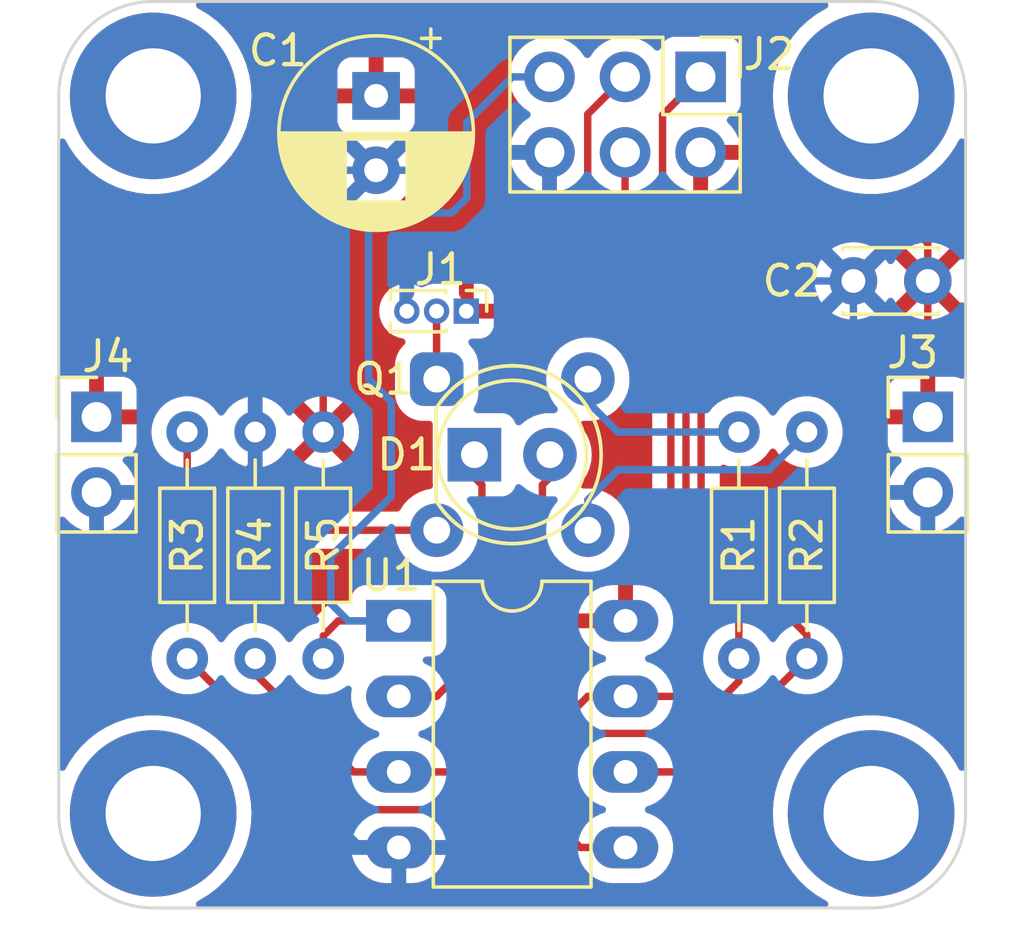
<source format=kicad_pcb>
(kicad_pcb (version 20221018) (generator pcbnew)
  (layers (0 "F.Cu" signal) (31 "B.Cu" signal) (36 "B.SilkS" user "B.Silkscreen") (37 "F.SilkS" user "F.Silkscreen") (38 "B.Mask" user) (39 "F.Mask" user) (44 "Edge.Cuts" user))
  (net 0 "")
  (net 1 "VCC")
  (net 2 "GND")
  (net 3 "Net-(D1-GK)")
  (net 4 "Net-(D1-BK)")
  (net 5 "Net-(D1-A)")
  (net 6 "Net-(D1-RK)")
  (net 7 "/MISO")
  (net 8 "/SCK")
  (net 9 "/MOSI")
  (net 10 "/RST")
  (net 11 "/XTAL1")
  (net 12 "/XTAL2")
  (footprint "firefly:R_Axial_DIN0204_L3.6mm_D1.6mm_P7.62mm_Horizontal" (layer "F.Cu") (at 39.878 57.658 90)
    (fp_text reference "R3" (at 3.81 0 90) (layer "F.SilkS"))
    (fp_text value "100E")
    (fp_line (start 0.94 0) (end 1.89 0) (stroke (width 0.12)) (layer "F.SilkS"))
    (fp_line (start 1.89 -0.92) (end 1.89 0.92) (stroke (width 0.12)) (layer "F.SilkS"))
    (fp_line (start 1.89 0.92) (end 5.73 0.92) (stroke (width 0.12)) (layer "F.SilkS"))
    (fp_line (start 5.73 -0.92) (end 1.89 -0.92) (stroke (width 0.12)) (layer "F.SilkS"))
    (fp_line (start 5.73 0.92) (end 5.73 -0.92) (stroke (width 0.12)) (layer "F.SilkS"))
    (fp_line (start 6.68 0) (end 5.73 0) (stroke (width 0.12)) (layer "F.SilkS"))
    (pad "1" thru_hole circle (at 0 0 90) (size 1.4 1.4) (drill 0.7) (layers "*.Cu" "*.Mask") (net 8 "/SCK"))
    (pad "2" thru_hole oval (at 7.62 0 90) (size 1.4 1.4) (drill 0.7) (layers "*.Cu" "*.Mask") (net 4 "Net-(D1-BK)"))
  )
  (footprint "firefly:MountingHole_3.2mm_M3_DIN965_Pad" (layer "F.Cu") (at 38.735 62.865)
    (fp_text reference "H4" hide)
    (fp_text value "MountingHole")
    (pad "1" thru_hole circle (at 0 0) (size 5.6 5.6) (drill 3.2) (layers "*.Cu" "*.Mask"))
  )
  (footprint "firefly:PinHeader_1x03_P1.00mm_Vertical" (layer "F.Cu") (at 49.26 45.974 -90)
    (fp_text reference "J1" (at -1.397 0.873) (layer "F.SilkS"))
    (fp_text value "SEL_CA_CC")
    (fp_line (start -0.695 -0.685) (end 0 -0.685) (stroke (width 0.12)) (layer "F.SilkS"))
    (fp_line (start -0.695 0) (end -0.695 -0.685) (stroke (width 0.12)) (layer "F.SilkS"))
    (fp_line (start -0.695 0.685) (end -0.695 2.56) (stroke (width 0.12)) (layer "F.SilkS"))
    (fp_line (start -0.695 0.685) (end -0.608276 0.685) (stroke (width 0.12)) (layer "F.SilkS"))
    (fp_line (start -0.695 2.56) (end -0.394493 2.56) (stroke (width 0.12)) (layer "F.SilkS"))
    (fp_line (start 0.394493 2.56) (end 0.695 2.56) (stroke (width 0.12)) (layer "F.SilkS"))
    (fp_line (start 0.608276 0.685) (end 0.695 0.685) (stroke (width 0.12)) (layer "F.SilkS"))
    (fp_line (start 0.695 0.685) (end 0.695 2.56) (stroke (width 0.12)) (layer "F.SilkS"))
    (pad "1" thru_hole rect (at 0 0 270) (size 0.85 0.85) (drill 0.5) (layers "*.Cu" "*.Mask") (net 1 "VCC"))
    (pad "2" thru_hole oval (at 0 1 270) (size 0.85 0.85) (drill 0.5) (layers "*.Cu" "*.Mask") (net 5 "Net-(D1-A)"))
    (pad "3" thru_hole oval (at 0 2 270) (size 0.85 0.85) (drill 0.5) (layers "*.Cu" "*.Mask") (net 2 "GND"))
  )
  (footprint "firefly:PinHeader_2x03_P2.54mm_Vertical" (layer "F.Cu") (at 57.135 38.095 -90)
    (fp_text reference "J2" (at -0.757 -2.301 -180) (layer "F.SilkS"))
    (fp_text value "ISP")
    (fp_line (start -1.33 -1.33) (end 0 -1.33) (stroke (width 0.12)) (layer "F.SilkS"))
    (fp_line (start -1.33 0) (end -1.33 -1.33) (stroke (width 0.12)) (layer "F.SilkS"))
    (fp_line (start -1.33 1.27) (end -1.33 6.41) (stroke (width 0.12)) (layer "F.SilkS"))
    (fp_line (start -1.33 1.27) (end 1.27 1.27) (stroke (width 0.12)) (layer "F.SilkS"))
    (fp_line (start -1.33 6.41) (end 3.87 6.41) (stroke (width 0.12)) (layer "F.SilkS"))
    (fp_line (start 1.27 -1.33) (end 3.87 -1.33) (stroke (width 0.12)) (layer "F.SilkS"))
    (fp_line (start 1.27 1.27) (end 1.27 -1.33) (stroke (width 0.12)) (layer "F.SilkS"))
    (fp_line (start 3.87 -1.33) (end 3.87 6.41) (stroke (width 0.12)) (layer "F.SilkS"))
    (pad "1" thru_hole rect (at 0 0 270) (size 1.7 1.7) (drill 1) (layers "*.Cu" "*.Mask") (net 7 "/MISO"))
    (pad "2" thru_hole oval (at 2.54 0 270) (size 1.7 1.7) (drill 1) (layers "*.Cu" "*.Mask") (net 1 "VCC"))
    (pad "3" thru_hole oval (at 0 2.54 270) (size 1.7 1.7) (drill 1) (layers "*.Cu" "*.Mask") (net 8 "/SCK"))
    (pad "4" thru_hole oval (at 2.54 2.54 270) (size 1.7 1.7) (drill 1) (layers "*.Cu" "*.Mask") (net 9 "/MOSI"))
    (pad "5" thru_hole oval (at 0 5.08 270) (size 1.7 1.7) (drill 1) (layers "*.Cu" "*.Mask") (net 10 "/RST"))
    (pad "6" thru_hole oval (at 2.54 5.08 270) (size 1.7 1.7) (drill 1) (layers "*.Cu" "*.Mask") (net 2 "GND"))
  )
  (footprint "firefly:MountingHole_3.2mm_M3_DIN965_Pad" (layer "F.Cu") (at 62.865 38.735)
    (fp_text reference "H2" hide)
    (fp_text value "MountingHole")
    (pad "1" thru_hole circle (at 0 0) (size 5.6 5.6) (drill 3.2) (layers "*.Cu" "*.Mask"))
  )
  (footprint "firefly:MountingHole_3.2mm_M3_DIN965_Pad" (layer "F.Cu") (at 38.735 38.735)
    (fp_text reference "H1" hide)
    (fp_text value "MountingHole")
    (pad "1" thru_hole circle (at 0 0) (size 5.6 5.6) (drill 3.2) (layers "*.Cu" "*.Mask"))
  )
  (footprint "firefly:R_Axial_DIN0204_L3.6mm_D1.6mm_P7.62mm_Horizontal" (layer "F.Cu") (at 58.42 57.658 90)
    (fp_text reference "R1" (at 3.81 0 90) (layer "F.SilkS"))
    (fp_text value "100E")
    (fp_line (start 0.94 0) (end 1.89 0) (stroke (width 0.12)) (layer "F.SilkS"))
    (fp_line (start 1.89 -0.92) (end 1.89 0.92) (stroke (width 0.12)) (layer "F.SilkS"))
    (fp_line (start 1.89 0.92) (end 5.73 0.92) (stroke (width 0.12)) (layer "F.SilkS"))
    (fp_line (start 5.73 -0.92) (end 1.89 -0.92) (stroke (width 0.12)) (layer "F.SilkS"))
    (fp_line (start 5.73 0.92) (end 5.73 -0.92) (stroke (width 0.12)) (layer "F.SilkS"))
    (fp_line (start 6.68 0) (end 5.73 0) (stroke (width 0.12)) (layer "F.SilkS"))
    (pad "1" thru_hole circle (at 0 0 90) (size 1.4 1.4) (drill 0.7) (layers "*.Cu" "*.Mask") (net 9 "/MOSI"))
    (pad "2" thru_hole oval (at 7.62 0 90) (size 1.4 1.4) (drill 0.7) (layers "*.Cu" "*.Mask") (net 6 "Net-(D1-RK)"))
  )
  (footprint "firefly:R_Axial_DIN0204_L3.6mm_D1.6mm_P7.62mm_Horizontal" (layer "F.Cu") (at 60.706 57.658 90)
    (fp_text reference "R2" (at 3.81 0 90) (layer "F.SilkS"))
    (fp_text value "100E")
    (fp_line (start 0.94 0) (end 1.89 0) (stroke (width 0.12)) (layer "F.SilkS"))
    (fp_line (start 1.89 -0.92) (end 1.89 0.92) (stroke (width 0.12)) (layer "F.SilkS"))
    (fp_line (start 1.89 0.92) (end 5.73 0.92) (stroke (width 0.12)) (layer "F.SilkS"))
    (fp_line (start 5.73 -0.92) (end 1.89 -0.92) (stroke (width 0.12)) (layer "F.SilkS"))
    (fp_line (start 5.73 0.92) (end 5.73 -0.92) (stroke (width 0.12)) (layer "F.SilkS"))
    (fp_line (start 6.68 0) (end 5.73 0) (stroke (width 0.12)) (layer "F.SilkS"))
    (pad "1" thru_hole circle (at 0 0 90) (size 1.4 1.4) (drill 0.7) (layers "*.Cu" "*.Mask") (net 7 "/MISO"))
    (pad "2" thru_hole oval (at 7.62 0 90) (size 1.4 1.4) (drill 0.7) (layers "*.Cu" "*.Mask") (net 3 "Net-(D1-GK)"))
  )
  (footprint "firefly:LED_D5.0mm-4_RGB_square_Pins" (layer "F.Cu") (at 50.805 50.8)
    (fp_text reference "D1" (at -3.561 0) (layer "F.SilkS"))
    (fp_text value "LED_GBAR")
    (fp_line (start -2.56 0.299988) (end -2.56 1.5458) (stroke (width 0.12)) (layer "F.SilkS"))
    (fp_arc (start -2.385 -1.7992) (mid 0.825737 -2.870852) (end 2.976836 -0.257416) (stroke (width 0.12)) (layer "F.SilkS"))
    (fp_arc (start -1.752599 -1.777199) (mid 0.829766 -2.353849) (end 2.48009 -0.285621) (stroke (width 0.12)) (layer "F.SilkS"))
    (fp_arc (start 1.959086 1.553856) (mid -0.278909 2.485193) (end -2.254684 1.0808) (stroke (width 0.12)) (layer "F.SilkS"))
    (fp_arc (start 2.391334 1.795687) (mid -0.150812 2.986994) (end -2.56 1.54563) (stroke (width 0.12)) (layer "F.SilkS"))
    (pad "1" thru_hole circle (at 2.54 2.54) (size 1.8 1.8) (drill 0.9) (layers "*.Cu" "*.Mask") (net 3 "Net-(D1-GK)"))
    (pad "2" thru_hole circle (at -2.54 2.54) (size 1.8 1.8) (drill 0.9) (layers "*.Cu" "*.Mask") (net 4 "Net-(D1-BK)"))
    (pad "3" thru_hole roundrect (at -2.54 -2.54) (size 1.8 1.8) (drill 0.9) (layers "*.Cu" "*.Mask") (net 5 "Net-(D1-A)"))
    (pad "4" thru_hole circle (at 2.54 -2.54) (size 1.8 1.8) (drill 0.9) (layers "*.Cu" "*.Mask") (net 6 "Net-(D1-RK)"))
  )
  (footprint "firefly:PinHeader_1x02_P2.54mm_Vertical" (layer "F.Cu") (at 64.77 49.53)
    (fp_text reference "J3" (at -0.508 -2.159) (layer "F.SilkS"))
    (fp_text value "Vin")
    (fp_line (start -1.33 -1.33) (end 0 -1.33) (stroke (width 0.12)) (layer "F.SilkS"))
    (fp_line (start -1.33 0) (end -1.33 -1.33) (stroke (width 0.12)) (layer "F.SilkS"))
    (fp_line (start -1.33 1.27) (end -1.33 3.87) (stroke (width 0.12)) (layer "F.SilkS"))
    (fp_line (start -1.33 1.27) (end 1.33 1.27) (stroke (width 0.12)) (layer "F.SilkS"))
    (fp_line (start -1.33 3.87) (end 1.33 3.87) (stroke (width 0.12)) (layer "F.SilkS"))
    (fp_line (start 1.33 1.27) (end 1.33 3.87) (stroke (width 0.12)) (layer "F.SilkS"))
    (pad "1" thru_hole rect (at 0 0) (size 1.7 1.7) (drill 1) (layers "*.Cu" "*.Mask") (net 1 "VCC"))
    (pad "2" thru_hole oval (at 0 2.54) (size 1.7 1.7) (drill 1) (layers "*.Cu" "*.Mask") (net 2 "GND"))
  )
  (footprint "firefly:CP_Radial_D6.3mm_P2.50mm" (layer "F.Cu") (at 46.228 38.735 -90)
    (fp_text reference "C1" (at -1.524 3.302 -180) (layer "F.SilkS"))
    (fp_text value "100uF")
    (fp_line (start -2.250241 -1.839) (end -1.620241 -1.839) (stroke (width 0.12)) (layer "F.SilkS"))
    (fp_line (start -1.935241 -2.154) (end -1.935241 -1.524) (stroke (width 0.12)) (layer "F.SilkS"))
    (fp_line (start 1.25 -3.23) (end 1.25 3.23) (stroke (width 0.12)) (layer "F.SilkS"))
    (fp_line (start 1.29 -3.23) (end 1.29 3.23) (stroke (width 0.12)) (layer "F.SilkS"))
    (fp_line (start 1.33 -3.23) (end 1.33 3.23) (stroke (width 0.12)) (layer "F.SilkS"))
    (fp_line (start 1.37 -3.228) (end 1.37 3.228) (stroke (width 0.12)) (layer "F.SilkS"))
    (fp_line (start 1.41 -3.227) (end 1.41 3.227) (stroke (width 0.12)) (layer "F.SilkS"))
    (fp_line (start 1.45 -3.224) (end 1.45 3.224) (stroke (width 0.12)) (layer "F.SilkS"))
    (fp_line (start 1.49 -3.222) (end 1.49 -1.04) (stroke (width 0.12)) (layer "F.SilkS"))
    (fp_line (start 1.49 1.04) (end 1.49 3.222) (stroke (width 0.12)) (layer "F.SilkS"))
    (fp_line (start 1.53 -3.218) (end 1.53 -1.04) (stroke (width 0.12)) (layer "F.SilkS"))
    (fp_line (start 1.53 1.04) (end 1.53 3.218) (stroke (width 0.12)) (layer "F.SilkS"))
    (fp_line (start 1.57 -3.215) (end 1.57 -1.04) (stroke (width 0.12)) (layer "F.SilkS"))
    (fp_line (start 1.57 1.04) (end 1.57 3.215) (stroke (width 0.12)) (layer "F.SilkS"))
    (fp_line (start 1.61 -3.211) (end 1.61 -1.04) (stroke (width 0.12)) (layer "F.SilkS"))
    (fp_line (start 1.61 1.04) (end 1.61 3.211) (stroke (width 0.12)) (layer "F.SilkS"))
    (fp_line (start 1.65 -3.206) (end 1.65 -1.04) (stroke (width 0.12)) (layer "F.SilkS"))
    (fp_line (start 1.65 1.04) (end 1.65 3.206) (stroke (width 0.12)) (layer "F.SilkS"))
    (fp_line (start 1.69 -3.201) (end 1.69 -1.04) (stroke (width 0.12)) (layer "F.SilkS"))
    (fp_line (start 1.69 1.04) (end 1.69 3.201) (stroke (width 0.12)) (layer "F.SilkS"))
    (fp_line (start 1.73 -3.195) (end 1.73 -1.04) (stroke (width 0.12)) (layer "F.SilkS"))
    (fp_line (start 1.73 1.04) (end 1.73 3.195) (stroke (width 0.12)) (layer "F.SilkS"))
    (fp_line (start 1.77 -3.189) (end 1.77 -1.04) (stroke (width 0.12)) (layer "F.SilkS"))
    (fp_line (start 1.77 1.04) (end 1.77 3.189) (stroke (width 0.12)) (layer "F.SilkS"))
    (fp_line (start 1.81 -3.182) (end 1.81 -1.04) (stroke (width 0.12)) (layer "F.SilkS"))
    (fp_line (start 1.81 1.04) (end 1.81 3.182) (stroke (width 0.12)) (layer "F.SilkS"))
    (fp_line (start 1.85 -3.175) (end 1.85 -1.04) (stroke (width 0.12)) (layer "F.SilkS"))
    (fp_line (start 1.85 1.04) (end 1.85 3.175) (stroke (width 0.12)) (layer "F.SilkS"))
    (fp_line (start 1.89 -3.167) (end 1.89 -1.04) (stroke (width 0.12)) (layer "F.SilkS"))
    (fp_line (start 1.89 1.04) (end 1.89 3.167) (stroke (width 0.12)) (layer "F.SilkS"))
    (fp_line (start 1.93 -3.159) (end 1.93 -1.04) (stroke (width 0.12)) (layer "F.SilkS"))
    (fp_line (start 1.93 1.04) (end 1.93 3.159) (stroke (width 0.12)) (layer "F.SilkS"))
    (fp_line (start 1.971 -3.15) (end 1.971 -1.04) (stroke (width 0.12)) (layer "F.SilkS"))
    (fp_line (start 1.971 1.04) (end 1.971 3.15) (stroke (width 0.12)) (layer "F.SilkS"))
    (fp_line (start 2.011 -3.141) (end 2.011 -1.04) (stroke (width 0.12)) (layer "F.SilkS"))
    (fp_line (start 2.011 1.04) (end 2.011 3.141) (stroke (width 0.12)) (layer "F.SilkS"))
    (fp_line (start 2.051 -3.131) (end 2.051 -1.04) (stroke (width 0.12)) (layer "F.SilkS"))
    (fp_line (start 2.051 1.04) (end 2.051 3.131) (stroke (width 0.12)) (layer "F.SilkS"))
    (fp_line (start 2.091 -3.121) (end 2.091 -1.04) (stroke (width 0.12)) (layer "F.SilkS"))
    (fp_line (start 2.091 1.04) (end 2.091 3.121) (stroke (width 0.12)) (layer "F.SilkS"))
    (fp_line (start 2.131 -3.11) (end 2.131 -1.04) (stroke (width 0.12)) (layer "F.SilkS"))
    (fp_line (start 2.131 1.04) (end 2.131 3.11) (stroke (width 0.12)) (layer "F.SilkS"))
    (fp_line (start 2.171 -3.098) (end 2.171 -1.04) (stroke (width 0.12)) (layer "F.SilkS"))
    (fp_line (start 2.171 1.04) (end 2.171 3.098) (stroke (width 0.12)) (layer "F.SilkS"))
    (fp_line (start 2.211 -3.086) (end 2.211 -1.04) (stroke (width 0.12)) (layer "F.SilkS"))
    (fp_line (start 2.211 1.04) (end 2.211 3.086) (stroke (width 0.12)) (layer "F.SilkS"))
    (fp_line (start 2.251 -3.074) (end 2.251 -1.04) (stroke (width 0.12)) (layer "F.SilkS"))
    (fp_line (start 2.251 1.04) (end 2.251 3.074) (stroke (width 0.12)) (layer "F.SilkS"))
    (fp_line (start 2.291 -3.061) (end 2.291 -1.04) (stroke (width 0.12)) (layer "F.SilkS"))
    (fp_line (start 2.291 1.04) (end 2.291 3.061) (stroke (width 0.12)) (layer "F.SilkS"))
    (fp_line (start 2.331 -3.047) (end 2.331 -1.04) (stroke (width 0.12)) (layer "F.SilkS"))
    (fp_line (start 2.331 1.04) (end 2.331 3.047) (stroke (width 0.12)) (layer "F.SilkS"))
    (fp_line (start 2.371 -3.033) (end 2.371 -1.04) (stroke (width 0.12)) (layer "F.SilkS"))
    (fp_line (start 2.371 1.04) (end 2.371 3.033) (stroke (width 0.12)) (layer "F.SilkS"))
    (fp_line (start 2.411 -3.018) (end 2.411 -1.04) (stroke (width 0.12)) (layer "F.SilkS"))
    (fp_line (start 2.411 1.04) (end 2.411 3.018) (stroke (width 0.12)) (layer "F.SilkS"))
    (fp_line (start 2.451 -3.002) (end 2.451 -1.04) (stroke (width 0.12)) (layer "F.SilkS"))
    (fp_line (start 2.451 1.04) (end 2.451 3.002) (stroke (width 0.12)) (layer "F.SilkS"))
    (fp_line (start 2.491 -2.986) (end 2.491 -1.04) (stroke (width 0.12)) (layer "F.SilkS"))
    (fp_line (start 2.491 1.04) (end 2.491 2.986) (stroke (width 0.12)) (layer "F.SilkS"))
    (fp_line (start 2.531 -2.97) (end 2.531 -1.04) (stroke (width 0.12)) (layer "F.SilkS"))
    (fp_line (start 2.531 1.04) (end 2.531 2.97) (stroke (width 0.12)) (layer "F.SilkS"))
    (fp_line (start 2.571 -2.952) (end 2.571 -1.04) (stroke (width 0.12)) (layer "F.SilkS"))
    (fp_line (start 2.571 1.04) (end 2.571 2.952) (stroke (width 0.12)) (layer "F.SilkS"))
    (fp_line (start 2.611 -2.934) (end 2.611 -1.04) (stroke (width 0.12)) (layer "F.SilkS"))
    (fp_line (start 2.611 1.04) (end 2.611 2.934) (stroke (width 0.12)) (layer "F.SilkS"))
    (fp_line (start 2.651 -2.916) (end 2.651 -1.04) (stroke (width 0.12)) (layer "F.SilkS"))
    (fp_line (start 2.651 1.04) (end 2.651 2.916) (stroke (width 0.12)) (layer "F.SilkS"))
    (fp_line (start 2.691 -2.896) (end 2.691 -1.04) (stroke (width 0.12)) (layer "F.SilkS"))
    (fp_line (start 2.691 1.04) (end 2.691 2.896) (stroke (width 0.12)) (layer "F.SilkS"))
    (fp_line (start 2.731 -2.876) (end 2.731 -1.04) (stroke (width 0.12)) (layer "F.SilkS"))
    (fp_line (start 2.731 1.04) (end 2.731 2.876) (stroke (width 0.12)) (layer "F.SilkS"))
    (fp_line (start 2.771 -2.856) (end 2.771 -1.04) (stroke (width 0.12)) (layer "F.SilkS"))
    (fp_line (start 2.771 1.04) (end 2.771 2.856) (stroke (width 0.12)) (layer "F.SilkS"))
    (fp_line (start 2.811 -2.834) (end 2.811 -1.04) (stroke (width 0.12)) (layer "F.SilkS"))
    (fp_line (start 2.811 1.04) (end 2.811 2.834) (stroke (width 0.12)) (layer "F.SilkS"))
    (fp_line (start 2.851 -2.812) (end 2.851 -1.04) (stroke (width 0.12)) (layer "F.SilkS"))
    (fp_line (start 2.851 1.04) (end 2.851 2.812) (stroke (width 0.12)) (layer "F.SilkS"))
    (fp_line (start 2.891 -2.79) (end 2.891 -1.04) (stroke (width 0.12)) (layer "F.SilkS"))
    (fp_line (start 2.891 1.04) (end 2.891 2.79) (stroke (width 0.12)) (layer "F.SilkS"))
    (fp_line (start 2.931 -2.766) (end 2.931 -1.04) (stroke (width 0.12)) (layer "F.SilkS"))
    (fp_line (start 2.931 1.04) (end 2.931 2.766) (stroke (width 0.12)) (layer "F.SilkS"))
    (fp_line (start 2.971 -2.742) (end 2.971 -1.04) (stroke (width 0.12)) (layer "F.SilkS"))
    (fp_line (start 2.971 1.04) (end 2.971 2.742) (stroke (width 0.12)) (layer "F.SilkS"))
    (fp_line (start 3.011 -2.716) (end 3.011 -1.04) (stroke (width 0.12)) (layer "F.SilkS"))
    (fp_line (start 3.011 1.04) (end 3.011 2.716) (stroke (width 0.12)) (layer "F.SilkS"))
    (fp_line (start 3.051 -2.69) (end 3.051 -1.04) (stroke (width 0.12)) (layer "F.SilkS"))
    (fp_line (start 3.051 1.04) (end 3.051 2.69) (stroke (width 0.12)) (layer "F.SilkS"))
    (fp_line (start 3.091 -2.664) (end 3.091 -1.04) (stroke (width 0.12)) (layer "F.SilkS"))
    (fp_line (start 3.091 1.04) (end 3.091 2.664) (stroke (width 0.12)) (layer "F.SilkS"))
    (fp_line (start 3.131 -2.636) (end 3.131 -1.04) (stroke (width 0.12)) (layer "F.SilkS"))
    (fp_line (start 3.131 1.04) (end 3.131 2.636) (stroke (width 0.12)) (layer "F.SilkS"))
    (fp_line (start 3.171 -2.607) (end 3.171 -1.04) (stroke (width 0.12)) (layer "F.SilkS"))
    (fp_line (start 3.171 1.04) (end 3.171 2.607) (stroke (width 0.12)) (layer "F.SilkS"))
    (fp_line (start 3.211 -2.578) (end 3.211 -1.04) (stroke (width 0.12)) (layer "F.SilkS"))
    (fp_line (start 3.211 1.04) (end 3.211 2.578) (stroke (width 0.12)) (layer "F.SilkS"))
    (fp_line (start 3.251 -2.548) (end 3.251 -1.04) (stroke (width 0.12)) (layer "F.SilkS"))
    (fp_line (start 3.251 1.04) (end 3.251 2.548) (stroke (width 0.12)) (layer "F.SilkS"))
    (fp_line (start 3.291 -2.516) (end 3.291 -1.04) (stroke (width 0.12)) (layer "F.SilkS"))
    (fp_line (start 3.291 1.04) (end 3.291 2.516) (stroke (width 0.12)) (layer "F.SilkS"))
    (fp_line (start 3.331 -2.484) (end 3.331 -1.04) (stroke (width 0.12)) (layer "F.SilkS"))
    (fp_line (start 3.331 1.04) (end 3.331 2.484) (stroke (width 0.12)) (layer "F.SilkS"))
    (fp_line (start 3.371 -2.45) (end 3.371 -1.04) (stroke (width 0.12)) (layer "F.SilkS"))
    (fp_line (start 3.371 1.04) (end 3.371 2.45) (stroke (width 0.12)) (layer "F.SilkS"))
    (fp_line (start 3.411 -2.416) (end 3.411 -1.04) (stroke (width 0.12)) (layer "F.SilkS"))
    (fp_line (start 3.411 1.04) (end 3.411 2.416) (stroke (width 0.12)) (layer "F.SilkS"))
    (fp_line (start 3.451 -2.38) (end 3.451 -1.04) (stroke (width 0.12)) (layer "F.SilkS"))
    (fp_line (start 3.451 1.04) (end 3.451 2.38) (stroke (width 0.12)) (layer "F.SilkS"))
    (fp_line (start 3.491 -2.343) (end 3.491 -1.04) (stroke (width 0.12)) (layer "F.SilkS"))
    (fp_line (start 3.491 1.04) (end 3.491 2.343) (stroke (width 0.12)) (layer "F.SilkS"))
    (fp_line (start 3.531 -2.305) (end 3.531 -1.04) (stroke (width 0.12)) (layer "F.SilkS"))
    (fp_line (start 3.531 1.04) (end 3.531 2.305) (stroke (width 0.12)) (layer "F.SilkS"))
    (fp_line (start 3.571 -2.265) (end 3.571 2.265) (stroke (width 0.12)) (layer "F.SilkS"))
    (fp_line (start 3.611 -2.224) (end 3.611 2.224) (stroke (width 0.12)) (layer "F.SilkS"))
    (fp_line (start 3.651 -2.182) (end 3.651 2.182) (stroke (width 0.12)) (layer "F.SilkS"))
    (fp_line (start 3.691 -2.137) (end 3.691 2.137) (stroke (width 0.12)) (layer "F.SilkS"))
    (fp_line (start 3.731 -2.092) (end 3.731 2.092) (stroke (width 0.12)) (layer "F.SilkS"))
    (fp_line (start 3.771 -2.044) (end 3.771 2.044) (stroke (width 0.12)) (layer "F.SilkS"))
    (fp_line (start 3.811 -1.995) (end 3.811 1.995) (stroke (width 0.12)) (layer "F.SilkS"))
    (fp_line (start 3.851 -1.944) (end 3.851 1.944) (stroke (width 0.12)) (layer "F.SilkS"))
    (fp_line (start 3.891 -1.89) (end 3.891 1.89) (stroke (width 0.12)) (layer "F.SilkS"))
    (fp_line (start 3.931 -1.834) (end 3.931 1.834) (stroke (width 0.12)) (layer "F.SilkS"))
    (fp_line (start 3.971 -1.776) (end 3.971 1.776) (stroke (width 0.12)) (layer "F.SilkS"))
    (fp_line (start 4.011 -1.714) (end 4.011 1.714) (stroke (width 0.12)) (layer "F.SilkS"))
    (fp_line (start 4.051 -1.65) (end 4.051 1.65) (stroke (width 0.12)) (layer "F.SilkS"))
    (fp_line (start 4.091 -1.581) (end 4.091 1.581) (stroke (width 0.12)) (layer "F.SilkS"))
    (fp_line (start 4.131 -1.509) (end 4.131 1.509) (stroke (width 0.12)) (layer "F.SilkS"))
    (fp_line (start 4.171 -1.432) (end 4.171 1.432) (stroke (width 0.12)) (layer "F.SilkS"))
    (fp_line (start 4.211 -1.35) (end 4.211 1.35) (stroke (width 0.12)) (layer "F.SilkS"))
    (fp_line (start 4.251 -1.262) (end 4.251 1.262) (stroke (width 0.12)) (layer "F.SilkS"))
    (fp_line (start 4.291 -1.165) (end 4.291 1.165) (stroke (width 0.12)) (layer "F.SilkS"))
    (fp_line (start 4.331 -1.059) (end 4.331 1.059) (stroke (width 0.12)) (layer "F.SilkS"))
    (fp_line (start 4.371 -0.94) (end 4.371 0.94) (stroke (width 0.12)) (layer "F.SilkS"))
    (fp_line (start 4.411 -0.802) (end 4.411 0.802) (stroke (width 0.12)) (layer "F.SilkS"))
    (fp_line (start 4.451 -0.633) (end 4.451 0.633) (stroke (width 0.12)) (layer "F.SilkS"))
    (fp_line (start 4.491 -0.402) (end 4.491 0.402) (stroke (width 0.12)) (layer "F.SilkS"))
    (fp_circle (center 1.25 0) (end 4.52 0) (stroke (width 0.12)) (fill none) (layer "F.SilkS"))
    (pad "1" thru_hole rect (at 0 0 270) (size 1.6 1.6) (drill 0.8) (layers "*.Cu" "*.Mask") (net 1 "VCC"))
    (pad "2" thru_hole circle (at 2.5 0 270) (size 1.6 1.6) (drill 0.8) (layers "*.Cu" "*.Mask") (net 2 "GND"))
  )
  (footprint "firefly:MountingHole_3.2mm_M3_DIN965_Pad" (layer "F.Cu") (at 62.865 62.865)
    (fp_text reference "H3" hide)
    (fp_text value "MountingHole")
    (pad "1" thru_hole circle (at 0 0) (size 5.6 5.6) (drill 3.2) (layers "*.Cu" "*.Mask"))
  )
  (footprint "firefly:DIP-8_W7.62mm_oval" (layer "F.Cu") (at 46.99 56.388)
    (fp_text reference "U1" (at -0.254 -1.524) (layer "F.SilkS"))
    (fp_text value "ATtiny13A-P")
    (fp_line (start 1.16 -1.33) (end 1.16 8.95) (stroke (width 0.12)) (layer "F.SilkS"))
    (fp_line (start 1.16 8.95) (end 6.46 8.95) (stroke (width 0.12)) (layer "F.SilkS"))
    (fp_line (start 2.81 -1.33) (end 1.16 -1.33) (stroke (width 0.12)) (layer "F.SilkS"))
    (fp_line (start 6.46 -1.33) (end 4.81 -1.33) (stroke (width 0.12)) (layer "F.SilkS"))
    (fp_line (start 6.46 8.95) (end 6.46 -1.33) (stroke (width 0.12)) (layer "F.SilkS"))
    (fp_arc (start 4.81 -1.33) (mid 3.81 -0.33) (end 2.81 -1.33) (stroke (width 0.12)) (layer "F.SilkS"))
    (pad "1" thru_hole rect (at 0 0) (size 2.2 1.4) (drill 0.8) (layers "*.Cu" "*.Mask") (net 10 "/RST"))
    (pad "2" thru_hole oval (at 0 2.54) (size 2.2 1.4) (drill 0.8) (layers "*.Cu" "*.Mask") (net 11 "/XTAL1"))
    (pad "3" thru_hole oval (at 0 5.08) (size 2.2 1.4) (drill 0.8) (layers "*.Cu" "*.Mask") (net 12 "/XTAL2"))
    (pad "4" thru_hole oval (at 0 7.62) (size 2.2 1.4) (drill 0.8) (layers "*.Cu" "*.Mask") (net 2 "GND"))
    (pad "5" thru_hole oval (at 7.62 7.62) (size 2.2 1.4) (drill 0.8) (layers "*.Cu" "*.Mask") (net 9 "/MOSI"))
    (pad "6" thru_hole oval (at 7.62 5.08) (size 2.2 1.4) (drill 0.8) (layers "*.Cu" "*.Mask") (net 7 "/MISO"))
    (pad "7" thru_hole oval (at 7.62 2.54) (size 2.2 1.4) (drill 0.8) (layers "*.Cu" "*.Mask") (net 8 "/SCK"))
    (pad "8" thru_hole oval (at 7.62 0) (size 2.2 1.4) (drill 0.8) (layers "*.Cu" "*.Mask") (net 1 "VCC"))
  )
  (footprint "firefly:LED_D5.0mm" (layer "F.Cu") (at 49.53 50.8)
    (fp_text reference "Q1" (at -3.048 -2.54) (layer "F.SilkS"))
    (fp_text value "SHF3310")
    (fp_line (start -1.29 -1.545) (end -1.29 1.545) (stroke (width 0.12)) (layer "F.SilkS"))
    (fp_arc (start -1.29 -1.54483) (mid 2.072002 -2.880433) (end 4.26 0.000462) (stroke (width 0.12)) (layer "F.SilkS"))
    (fp_arc (start 4.26 -0.000462) (mid 2.072002 2.880433) (end -1.29 1.54483) (stroke (width 0.12)) (layer "F.SilkS"))
    (fp_circle (center 1.27 0) (end 3.77 0) (stroke (width 0.12)) (fill none) (layer "F.SilkS"))
    (pad "1" thru_hole rect (at 0 0) (size 1.8 1.8) (drill 0.9) (layers "*.Cu" "*.Mask") (net 11 "/XTAL1"))
    (pad "2" thru_hole circle (at 2.54 0) (size 1.8 1.8) (drill 0.9) (layers "*.Cu" "*.Mask") (net 12 "/XTAL2"))
  )
  (footprint "firefly:R_Axial_DIN0204_L3.6mm_D1.6mm_P7.62mm_Horizontal" (layer "F.Cu") (at 42.164 57.658 90)
    (fp_text reference "R4" (at 3.81 0 90) (layer "F.SilkS"))
    (fp_text value "100k")
    (fp_line (start 0.94 0) (end 1.89 0) (stroke (width 0.12)) (layer "F.SilkS"))
    (fp_line (start 1.89 -0.92) (end 1.89 0.92) (stroke (width 0.12)) (layer "F.SilkS"))
    (fp_line (start 1.89 0.92) (end 5.73 0.92) (stroke (width 0.12)) (layer "F.SilkS"))
    (fp_line (start 5.73 -0.92) (end 1.89 -0.92) (stroke (width 0.12)) (layer "F.SilkS"))
    (fp_line (start 5.73 0.92) (end 5.73 -0.92) (stroke (width 0.12)) (layer "F.SilkS"))
    (fp_line (start 6.68 0) (end 5.73 0) (stroke (width 0.12)) (layer "F.SilkS"))
    (pad "1" thru_hole circle (at 0 0 90) (size 1.4 1.4) (drill 0.7) (layers "*.Cu" "*.Mask") (net 12 "/XTAL2"))
    (pad "2" thru_hole oval (at 7.62 0 90) (size 1.4 1.4) (drill 0.7) (layers "*.Cu" "*.Mask") (net 2 "GND"))
  )
  (footprint "firefly:R_Axial_DIN0204_L3.6mm_D1.6mm_P7.62mm_Horizontal" (layer "F.Cu") (at 44.45 50.038 -90)
    (fp_text reference "R5" (at 3.81 0 -90) (layer "F.SilkS"))
    (fp_text value "100k")
    (fp_line (start 0.94 0) (end 1.89 0) (stroke (width 0.12)) (layer "F.SilkS"))
    (fp_line (start 1.89 -0.92) (end 1.89 0.92) (stroke (width 0.12)) (layer "F.SilkS"))
    (fp_line (start 1.89 0.92) (end 5.73 0.92) (stroke (width 0.12)) (layer "F.SilkS"))
    (fp_line (start 5.73 -0.92) (end 1.89 -0.92) (stroke (width 0.12)) (layer "F.SilkS"))
    (fp_line (start 5.73 0.92) (end 5.73 -0.92) (stroke (width 0.12)) (layer "F.SilkS"))
    (fp_line (start 6.68 0) (end 5.73 0) (stroke (width 0.12)) (layer "F.SilkS"))
    (pad "1" thru_hole circle (at 0 0 270) (size 1.4 1.4) (drill 0.7) (layers "*.Cu" "*.Mask") (net 1 "VCC"))
    (pad "2" thru_hole oval (at 7.62 0 270) (size 1.4 1.4) (drill 0.7) (layers "*.Cu" "*.Mask") (net 10 "/RST"))
  )
  (footprint "firefly:C_Disc_D3.0mm_W2.0mm_P2.50mm" (layer "F.Cu") (at 64.77 44.958 180)
    (fp_text reference "C2" (at 4.572 0 180) (layer "F.SilkS"))
    (fp_text value "100nF")
    (fp_line (start -0.37 -1.12) (end -0.37 -1.055) (stroke (width 0.12)) (layer "F.SilkS"))
    (fp_line (start -0.37 -1.12) (end 2.87 -1.12) (stroke (width 0.12)) (layer "F.SilkS"))
    (fp_line (start -0.37 1.055) (end -0.37 1.12) (stroke (width 0.12)) (layer "F.SilkS"))
    (fp_line (start -0.37 1.12) (end 2.87 1.12) (stroke (width 0.12)) (layer "F.SilkS"))
    (fp_line (start 2.87 -1.12) (end 2.87 -1.055) (stroke (width 0.12)) (layer "F.SilkS"))
    (fp_line (start 2.87 1.055) (end 2.87 1.12) (stroke (width 0.12)) (layer "F.SilkS"))
    (pad "1" thru_hole circle (at 0 0 180) (size 1.6 1.6) (drill 0.8) (layers "*.Cu" "*.Mask") (net 1 "VCC"))
    (pad "2" thru_hole circle (at 2.5 0 180) (size 1.6 1.6) (drill 0.8) (layers "*.Cu" "*.Mask") (net 2 "GND"))
  )
  (footprint "firefly:PinHeader_1x02_P2.54mm_Vertical" (layer "F.Cu") (at 36.83 49.53)
    (fp_text reference "J4" (at 0.381 -2.032) (layer "F.SilkS"))
    (fp_text value "Vout")
    (fp_line (start -1.33 -1.33) (end 0 -1.33) (stroke (width 0.12)) (layer "F.SilkS"))
    (fp_line (start -1.33 0) (end -1.33 -1.33) (stroke (width 0.12)) (layer "F.SilkS"))
    (fp_line (start -1.33 1.27) (end -1.33 3.87) (stroke (width 0.12)) (layer "F.SilkS"))
    (fp_line (start -1.33 1.27) (end 1.33 1.27) (stroke (width 0.12)) (layer "F.SilkS"))
    (fp_line (start -1.33 3.87) (end 1.33 3.87) (stroke (width 0.12)) (layer "F.SilkS"))
    (fp_line (start 1.33 1.27) (end 1.33 3.87) (stroke (width 0.12)) (layer "F.SilkS"))
    (pad "1" thru_hole rect (at 0 0) (size 1.7 1.7) (drill 1) (layers "*.Cu" "*.Mask") (net 1 "VCC"))
    (pad "2" thru_hole oval (at 0 2.54) (size 1.7 1.7) (drill 1) (layers "*.Cu" "*.Mask") (net 2 "GND"))
  )
  (gr_arc (start 66.04 62.865) (mid 65.110064 65.110064) (end 62.865 66.04) (stroke (width 0.1)) (layer "Edge.Cuts"))
  (gr_arc (start 38.735 66.04) (mid 36.489936 65.110064) (end 35.56 62.865) (stroke (width 0.1)) (layer "Edge.Cuts"))
  (gr_line (start 62.865 66.04) (end 38.735 66.04) (stroke (width 0.1)) (layer "Edge.Cuts"))
  (gr_arc (start 35.56 38.735) (mid 36.489936 36.489936) (end 38.735 35.56) (stroke (width 0.1)) (layer "Edge.Cuts"))
  (gr_arc (start 62.865 35.56) (mid 65.110064 36.489936) (end 66.04 38.735) (stroke (width 0.1)) (layer "Edge.Cuts"))
  (gr_line (start 66.04 62.865) (end 66.04 38.735) (stroke (width 0.1)) (layer "Edge.Cuts"))
  (gr_line (start 35.56 62.865) (end 35.56 38.735) (stroke (width 0.1)) (layer "Edge.Cuts"))
  (gr_line (start 38.735 35.56) (end 62.865 35.56) (stroke (width 0.1)) (layer "Edge.Cuts"))
  (segment (start 37.592 44.196) (end 44.45 44.196) (width 0.25) (layer "F.Cu") (net 1))
  (segment (start 46.863 36.322) (end 58.166 36.322) (width 0.25) (layer "F.Cu") (net 1))
  (segment (start 46.228 36.957) (end 46.863 36.322) (width 0.25) (layer "F.Cu") (net 1))
  (segment (start 49.26 44.942) (end 48.514 44.196) (width 0.25) (layer "F.Cu") (net 1))
  (segment (start 45.0215 38.735) (end 46.228 38.735) (width 0.25) (layer "F.Cu") (net 1))
  (segment (start 58.166 36.322) (end 59.182 37.338) (width 0.25) (layer "F.Cu") (net 1))
  (segment (start 64.77 43.688) (end 64.262 43.18) (width 0.25) (layer "F.Cu") (net 1))
  (segment (start 36.83 44.958) (end 37.592 44.196) (width 0.25) (layer "F.Cu") (net 1))
  (segment (start 44.45 50.038) (end 44.45 44.196) (width 0.25) (layer "F.Cu") (net 1))
  (segment (start 59.182 37.338) (end 59.182 40.132) (width 0.25) (layer "F.Cu") (net 1))
  (segment (start 54.102 45.974) (end 49.26 45.974) (width 0.25) (layer "F.Cu") (net 1))
  (segment (start 59.182 40.132) (end 58.679 40.635) (width 0.25) (layer "F.Cu") (net 1))
  (segment (start 44.45 39.3065) (end 45.0215 38.735) (width 0.25) (layer "F.Cu") (net 1))
  (segment (start 64.77 44.958) (end 64.77 49.53) (width 0.25) (layer "F.Cu") (net 1))
  (segment (start 49.26 45.974) (end 49.26 44.942) (width 0.25) (layer "F.Cu") (net 1))
  (segment (start 58.166 43.18) (end 57.135 42.149) (width 0.25) (layer "F.Cu") (net 1))
  (segment (start 48.514 44.196) (end 44.45 44.196) (width 0.25) (layer "F.Cu") (net 1))
  (segment (start 54.864 54.864) (end 54.864 46.736) (width 0.25) (layer "F.Cu") (net 1))
  (segment (start 54.61 56.388) (end 54.61 55.118) (width 0.25) (layer "F.Cu") (net 1))
  (segment (start 44.45 44.196) (end 44.45 39.3065) (width 0.25) (layer "F.Cu") (net 1))
  (segment (start 57.135 42.149) (end 57.135 40.635) (width 0.25) (layer "F.Cu") (net 1))
  (segment (start 64.77 44.958) (end 64.77 43.688) (width 0.25) (layer "F.Cu") (net 1))
  (segment (start 64.262 43.18) (end 58.166 43.18) (width 0.25) (layer "F.Cu") (net 1))
  (segment (start 54.864 46.736) (end 54.102 45.974) (width 0.25) (layer "F.Cu") (net 1))
  (segment (start 58.679 40.635) (end 57.135 40.635) (width 0.25) (layer "F.Cu") (net 1))
  (segment (start 54.61 55.118) (end 54.864 54.864) (width 0.25) (layer "F.Cu") (net 1))
  (segment (start 46.228 38.735) (end 46.228 36.957) (width 0.25) (layer "F.Cu") (net 1))
  (segment (start 36.83 49.53) (end 36.83 44.958) (width 0.25) (layer "F.Cu") (net 1))
  (segment (start 44.45 62.738) (end 44.45 59.944) (width 0.25) (layer "B.Cu") (net 2))
  (segment (start 62.27 52.07) (end 62.27 58.634) (width 0.25) (layer "B.Cu") (net 2))
  (segment (start 42.164 50.038) (end 42.164 41.656) (width 0.25) (layer "B.Cu") (net 2))
  (segment (start 55.372 65.532) (end 53.086 65.532) (width 0.25) (layer "B.Cu") (net 2))
  (segment (start 52.07 43.962) (end 47.986 43.962) (width 0.25) (layer "B.Cu") (net 2))
  (segment (start 42.585 41.235) (end 46.228 41.235) (width 0.25) (layer "B.Cu") (net 2))
  (segment (start 51.562 64.008) (end 46.99 64.008) (width 0.25) (layer "B.Cu") (net 2))
  (segment (start 53.086 65.532) (end 51.562 64.008) (width 0.25) (layer "B.Cu") (net 2))
  (segment (start 58.166 36.322) (end 58.928 37.084) (width 0.25) (layer "B.Cu") (net 2))
  (segment (start 56.642 64.262) (end 55.372 65.532) (width 0.25) (layer "B.Cu") (net 2))
  (segment (start 62.27 44.958) (end 62.27 52.07) (width 0.25) (layer "B.Cu") (net 2))
  (segment (start 46.99 64.008) (end 45.72 64.008) (width 0.25) (layer "B.Cu") (net 2))
  (segment (start 41.148 52.07) (end 42.164 51.054) (width 0.25) (layer "B.Cu") (net 2))
  (segment (start 36.83 58.166) (end 36.83 52.07) (width 0.25) (layer "B.Cu") (net 2))
  (segment (start 44.45 59.944) (end 43.688 59.182) (width 0.25) (layer "B.Cu") (net 2))
  (segment (start 52.055 40.635) (end 52.055 43.947) (width 0.25) (layer "B.Cu") (net 2))
  (segment (start 42.164 51.054) (end 42.164 50.038) (width 0.25) (layer "B.Cu") (net 2))
  (segment (start 46.228 41.235) (end 47.665 41.235) (width 0.25) (layer "B.Cu") (net 2))
  (segment (start 61.468 59.436) (end 57.658 59.436) (width 0.25) (layer "B.Cu") (net 2))
  (segment (start 56.642 60.452) (end 56.642 64.262) (width 0.25) (layer "B.Cu") (net 2))
  (segment (start 37.846 59.182) (end 36.83 58.166) (width 0.25) (layer "B.Cu") (net 2))
  (segment (start 47.986 43.962) (end 47.26 44.688) (width 0.25) (layer "B.Cu") (net 2))
  (segment (start 57.658 59.436) (end 56.642 60.452) (width 0.25) (layer "B.Cu") (net 2))
  (segment (start 62.27 58.634) (end 61.468 59.436) (width 0.25) (layer "B.Cu") (net 2))
  (segment (start 64.77 52.07) (end 62.27 52.07) (width 0.25) (layer "B.Cu") (net 2))
  (segment (start 48.26 40.64) (end 48.26 37.338) (width 0.25) (layer "B.Cu") (net 2))
  (segment (start 59.924 44.958) (end 58.928 43.962) (width 0.25) (layer "B.Cu") (net 2))
  (segment (start 36.83 52.07) (end 41.148 52.07) (width 0.25) (layer "B.Cu") (net 2))
  (segment (start 43.688 59.182) (end 37.846 59.182) (width 0.25) (layer "B.Cu") (net 2))
  (segment (start 42.164 41.656) (end 42.585 41.235) (width 0.25) (layer "B.Cu") (net 2))
  (segment (start 47.665 41.235) (end 48.26 40.64) (width 0.25) (layer "B.Cu") (net 2))
  (segment (start 58.928 43.962) (end 52.07 43.962) (width 0.25) (layer "B.Cu") (net 2))
  (segment (start 62.27 44.958) (end 59.924 44.958) (width 0.25) (layer "B.Cu") (net 2))
  (segment (start 49.276 36.322) (end 58.166 36.322) (width 0.25) (layer "B.Cu") (net 2))
  (segment (start 52.055 43.947) (end 52.07 43.962) (width 0.25) (layer "B.Cu") (net 2))
  (segment (start 58.928 37.084) (end 58.928 43.962) (width 0.25) (layer "B.Cu") (net 2))
  (segment (start 48.26 37.338) (end 49.276 36.322) (width 0.25) (layer "B.Cu") (net 2))
  (segment (start 45.72 64.008) (end 44.45 62.738) (width 0.25) (layer "B.Cu") (net 2))
  (segment (start 47.26 44.688) (end 47.26 45.974) (width 0.25) (layer "B.Cu") (net 2))
  (segment (start 54.356 51.308) (end 59.436 51.308) (width 0.25) (layer "B.Cu") (net 3))
  (segment (start 53.345 53.34) (end 53.345 52.319) (width 0.25) (layer "B.Cu") (net 3))
  (segment (start 59.436 51.308) (end 60.706 50.038) (width 0.25) (layer "B.Cu") (net 3))
  (segment (start 53.345 52.319) (end 54.356 51.308) (width 0.25) (layer "B.Cu") (net 3))
  (segment (start 48.265 53.34) (end 41.4782 53.34) (width 0.25) (layer "F.Cu") (net 4))
  (segment (start 41.4782 53.34) (end 39.878 51.7398) (width 0.25) (layer "F.Cu") (net 4))
  (segment (start 39.878 51.7398) (end 39.878 50.038) (width 0.25) (layer "F.Cu") (net 4))
  (segment (start 48.26 45.974) (end 48.26 48.255) (width 0.25) (layer "F.Cu") (net 5))
  (segment (start 48.26 48.255) (end 48.265 48.26) (width 0.25) (layer "F.Cu") (net 5))
  (segment (start 54.356 50.038) (end 53.345 49.027) (width 0.25) (layer "B.Cu") (net 6))
  (segment (start 58.42 50.038) (end 54.356 50.038) (width 0.25) (layer "B.Cu") (net 6))
  (segment (start 53.345 49.027) (end 53.345 48.26) (width 0.25) (layer "B.Cu") (net 6))
  (segment (start 60.706 57.658) (end 60.706 56.8579) (width 0.25) (layer "F.Cu") (net 7))
  (segment (start 55.8546 39.3754) (end 57.135 38.095) (width 0.25) (layer "F.Cu") (net 7))
  (segment (start 56.896 61.468) (end 60.706 57.658) (width 0.25) (layer "F.Cu") (net 7))
  (segment (start 55.8546 42.6466) (end 55.8546 39.3754) (width 0.25) (layer "F.Cu") (net 7))
  (segment (start 59.9821 56.134) (end 59.1693 56.134) (width 0.25) (layer "F.Cu") (net 7))
  (segment (start 54.61 61.468) (end 56.896 61.468) (width 0.25) (layer "F.Cu") (net 7))
  (segment (start 60.706 56.8579) (end 59.9821 56.134) (width 0.25) (layer "F.Cu") (net 7))
  (segment (start 57.15 54.1147) (end 57.15 43.942) (width 0.25) (layer "F.Cu") (net 7))
  (segment (start 59.1693 56.134) (end 57.15 54.1147) (width 0.25) (layer "F.Cu") (net 7))
  (segment (start 57.15 43.942) (end 55.8546 42.6466) (width 0.25) (layer "F.Cu") (net 7))
  (segment (start 51.054 62.738) (end 45.72 62.738) (width 0.25) (layer "F.Cu") (net 8))
  (segment (start 41.3004 59.0804) (end 39.878 57.658) (width 0.25) (layer "F.Cu") (net 8))
  (segment (start 51.562 60.706) (end 51.562 62.23) (width 0.25) (layer "F.Cu") (net 8))
  (segment (start 53.34 39.35) (end 54.595 38.095) (width 0.25) (layer "F.Cu") (net 8))
  (segment (start 53.34 58.928) (end 51.562 60.706) (width 0.25) (layer "F.Cu") (net 8))
  (segment (start 54.61 58.928) (end 53.34 58.928) (width 0.25) (layer "F.Cu") (net 8))
  (segment (start 45.72 62.738) (end 42.0624 59.0804) (width 0.25) (layer "F.Cu") (net 8))
  (segment (start 42.0624 59.0804) (end 41.3004 59.0804) (width 0.25) (layer "F.Cu") (net 8))
  (segment (start 56.134 54.638192) (end 56.134 44.526898) (width 0.25) (layer "F.Cu") (net 8))
  (segment (start 57.0738 55.577992) (end 56.134 54.638192) (width 0.25) (layer "F.Cu") (net 8))
  (segment (start 57.0738 58.293) (end 57.0738 55.577992) (width 0.25) (layer "F.Cu") (net 8))
  (segment (start 56.4388 58.928) (end 57.0738 58.293) (width 0.25) (layer "F.Cu") (net 8))
  (segment (start 51.562 62.23) (end 51.054 62.738) (width 0.25) (layer "F.Cu") (net 8))
  (segment (start 54.61 58.928) (end 56.4388 58.928) (width 0.25) (layer "F.Cu") (net 8))
  (segment (start 56.134 44.526898) (end 53.34 41.732898) (width 0.25) (layer "F.Cu") (net 8))
  (segment (start 53.34 41.732898) (end 53.34 39.35) (width 0.25) (layer "F.Cu") (net 8))
  (segment (start 52.197 61.341) (end 53.3654 60.1726) (width 0.25) (layer "F.Cu") (net 9))
  (segment (start 54.61 64.008) (end 53.086 64.008) (width 0.25) (layer "F.Cu") (net 9))
  (segment (start 58.42 58.42) (end 58.42 57.658) (width 0.25) (layer "F.Cu") (net 9))
  (segment (start 56.642 44.2087) (end 54.595 42.1617) (width 0.25) (layer "F.Cu") (net 9))
  (segment (start 53.086 64.008) (end 52.197 63.119) (width 0.25) (layer "F.Cu") (net 9))
  (segment (start 56.642 54.356) (end 56.642 44.2087) (width 0.25) (layer "F.Cu") (net 9))
  (segment (start 58.42 56.134) (end 56.642 54.356) (width 0.25) (layer "F.Cu") (net 9))
  (segment (start 54.595 42.1617) (end 54.595 40.635) (width 0.25) (layer "F.Cu") (net 9))
  (segment (start 56.6674 60.1726) (end 58.42 58.42) (width 0.25) (layer "F.Cu") (net 9))
  (segment (start 52.197 63.119) (end 52.197 61.341) (width 0.25) (layer "F.Cu") (net 9))
  (segment (start 53.3654 60.1726) (end 56.6674 60.1726) (width 0.25) (layer "F.Cu") (net 9))
  (segment (start 58.42 57.658) (end 58.42 56.134) (width 0.25) (layer "F.Cu") (net 9))
  (segment (start 44.958 56.388) (end 46.99 56.388) (width 0.25) (layer "F.Cu") (net 10))
  (segment (start 44.45 57.658) (end 44.45 56.896) (width 0.25) (layer "F.Cu") (net 10))
  (segment (start 44.45 56.896) (end 44.958 56.388) (width 0.25) (layer "F.Cu") (net 10))
  (segment (start 49.276 42.164) (end 49.276 39.624) (width 0.25) (layer "B.Cu") (net 10))
  (segment (start 48.768 42.672) (end 49.276 42.164) (width 0.25) (layer "B.Cu") (net 10))
  (segment (start 44.704 55.8038) (end 44.704 54.229) (width 0.25) (layer "B.Cu") (net 10))
  (segment (start 49.276 39.624) (end 50.805 38.095) (width 0.25) (layer "B.Cu") (net 10))
  (segment (start 45.2882 56.388) (end 44.704 55.8038) (width 0.25) (layer "B.Cu") (net 10))
  (segment (start 45.974 48.26) (end 45.974 43.18) (width 0.25) (layer "B.Cu") (net 10))
  (segment (start 46.482 42.672) (end 48.768 42.672) (width 0.25) (layer "B.Cu") (net 10))
  (segment (start 46.736 52.197) (end 46.736 49.022) (width 0.25) (layer "B.Cu") (net 10))
  (segment (start 46.736 49.022) (end 45.974 48.26) (width 0.25) (layer "B.Cu") (net 10))
  (segment (start 50.805 38.095) (end 52.055 38.095) (width 0.25) (layer "B.Cu") (net 10))
  (segment (start 46.99 56.388) (end 45.2882 56.388) (width 0.25) (layer "B.Cu") (net 10))
  (segment (start 44.704 54.229) (end 46.736 52.197) (width 0.25) (layer "B.Cu") (net 10))
  (segment (start 45.974 43.18) (end 46.482 42.672) (width 0.25) (layer "B.Cu") (net 10))
  (segment (start 49.784 57.404) (end 48.26 58.928) (width 0.25) (layer "F.Cu") (net 11))
  (segment (start 49.53 51.562) (end 49.784 51.816) (width 0.25) (layer "F.Cu") (net 11))
  (segment (start 49.784 51.816) (end 49.784 57.404) (width 0.25) (layer "F.Cu") (net 11))
  (segment (start 48.26 58.928) (end 46.99 58.928) (width 0.25) (layer "F.Cu") (net 11))
  (segment (start 49.53 50.8) (end 49.53 51.562) (width 0.25) (layer "F.Cu") (net 11))
  (segment (start 51.816 51.816) (end 52.07 51.562) (width 0.25) (layer "F.Cu") (net 12))
  (segment (start 45.466 61.468) (end 42.164 58.166) (width 0.25) (layer "F.Cu") (net 12))
  (segment (start 42.164 58.166) (end 42.164 57.658) (width 0.25) (layer "F.Cu") (net 12))
  (segment (start 46.99 61.468) (end 45.466 61.468) (width 0.25) (layer "F.Cu") (net 12))
  (segment (start 52.07 51.562) (end 52.07 50.8) (width 0.25) (layer "F.Cu") (net 12))
  (segment (start 51.816 59.182) (end 51.816 51.816) (width 0.25) (layer "F.Cu") (net 12))
  (segment (start 46.99 61.468) (end 49.53 61.468) (width 0.25) (layer "F.Cu") (net 12))
  (segment (start 49.53 61.468) (end 51.816 59.182) (width 0.25) (layer "F.Cu") (net 12))
  (zone (net 1) (net_name "VCC") (layer "F.Cu") (priority 1) (connect_pads (clearance 0.5)) (min_thickness 0.25) (fill yes (thermal_gap 0.5) (thermal_bridge_width 0.5) (smoothing fillet) (radius 0.508))
    (polygon (pts (xy 35.56 35.56) (xy 66.04 35.56) (xy 66.04 66.04) (xy 35.56 66.04)))
  )
  (zone (net 2) (net_name "GND") (layer "B.Cu") (connect_pads (clearance 0.5)) (min_thickness 0.25) (fill yes (thermal_gap 0.5) (thermal_bridge_width 0.5) (smoothing fillet) (radius 0.508))
    (polygon (pts (xy 35.56 35.56) (xy 66.04 35.56) (xy 66.04 66.04) (xy 35.56 66.04)))
  )
)
</source>
